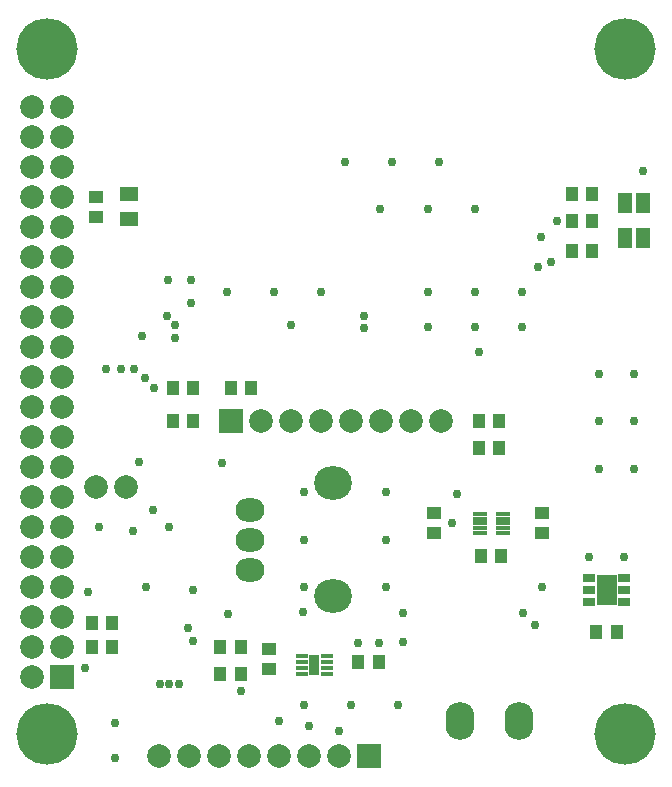
<source format=gts>
G04*
G04 #@! TF.GenerationSoftware,Altium Limited,CircuitStudio,1.5.2 (30)*
G04*
G04 Layer_Color=20142*
%FSLAX25Y25*%
%MOIN*%
G70*
G01*
G75*
%ADD45R,0.04343X0.04737*%
%ADD46R,0.03753X0.06706*%
%ADD47R,0.04343X0.01587*%
%ADD48R,0.06706X0.10249*%
%ADD49R,0.04343X0.02572*%
%ADD50R,0.04540X0.01587*%
%ADD51R,0.06115X0.04737*%
%ADD52R,0.04737X0.04343*%
%ADD53R,0.05131X0.06706*%
%ADD54C,0.07887*%
%ADD55R,0.07887X0.07887*%
%ADD56O,0.09658X0.07887*%
%ADD57O,0.12611X0.11036*%
%ADD58C,0.20485*%
%ADD59O,0.09658X0.12611*%
%ADD60R,0.07887X0.07887*%
%ADD61C,0.03000*%
D45*
X167559Y188779D02*
D03*
X174252D02*
D03*
X167559Y180748D02*
D03*
X174252D02*
D03*
X335803Y185724D02*
D03*
X342496D02*
D03*
X297323Y210906D02*
D03*
X304016D02*
D03*
X214015Y267039D02*
D03*
X220708D02*
D03*
X256465Y175787D02*
D03*
X263158D02*
D03*
X210465Y171787D02*
D03*
X217158D02*
D03*
X210465Y180787D02*
D03*
X217158D02*
D03*
X194748Y255905D02*
D03*
X201441D02*
D03*
X194748Y267039D02*
D03*
X201441D02*
D03*
X303441Y247165D02*
D03*
X296748D02*
D03*
X303441Y255905D02*
D03*
X296748D02*
D03*
X334347Y331693D02*
D03*
X327654D02*
D03*
X334347Y322693D02*
D03*
X327654D02*
D03*
X334347Y312693D02*
D03*
X327654D02*
D03*
D46*
X241811Y174787D02*
D03*
D47*
X246102Y171835D02*
D03*
Y173803D02*
D03*
Y175772D02*
D03*
Y177740D02*
D03*
X237520Y171835D02*
D03*
Y173803D02*
D03*
Y175772D02*
D03*
Y177740D02*
D03*
D48*
X339150Y199724D02*
D03*
D49*
X345016Y195787D02*
D03*
Y199724D02*
D03*
Y203661D02*
D03*
X333283Y195787D02*
D03*
Y199724D02*
D03*
Y203661D02*
D03*
D50*
X304484Y218795D02*
D03*
Y220370D02*
D03*
Y221945D02*
D03*
Y223520D02*
D03*
Y225095D02*
D03*
X296886Y218795D02*
D03*
Y220370D02*
D03*
Y221945D02*
D03*
Y223520D02*
D03*
Y225095D02*
D03*
D51*
X179842Y323335D02*
D03*
Y331799D02*
D03*
D52*
X168842Y324024D02*
D03*
Y330716D02*
D03*
X317685Y225291D02*
D03*
Y218599D02*
D03*
X281685Y218599D02*
D03*
Y225291D02*
D03*
X226811Y180134D02*
D03*
Y173441D02*
D03*
D53*
X345472Y316929D02*
D03*
X351378D02*
D03*
Y328740D02*
D03*
X345472D02*
D03*
D54*
X147559Y360748D02*
D03*
Y350748D02*
D03*
Y340748D02*
D03*
Y330748D02*
D03*
Y320748D02*
D03*
Y310748D02*
D03*
X157559Y360748D02*
D03*
Y350748D02*
D03*
Y340748D02*
D03*
Y330748D02*
D03*
Y320748D02*
D03*
Y310748D02*
D03*
X147559Y300748D02*
D03*
X157559D02*
D03*
X147559Y290748D02*
D03*
Y280748D02*
D03*
Y270748D02*
D03*
Y260748D02*
D03*
Y250748D02*
D03*
Y240748D02*
D03*
X157559Y290748D02*
D03*
Y280748D02*
D03*
Y270748D02*
D03*
Y260748D02*
D03*
Y250748D02*
D03*
Y240748D02*
D03*
X147559Y230748D02*
D03*
X157559D02*
D03*
X147559Y220748D02*
D03*
Y210748D02*
D03*
Y200748D02*
D03*
Y190748D02*
D03*
Y180748D02*
D03*
X157559Y220748D02*
D03*
Y210748D02*
D03*
Y200748D02*
D03*
Y190748D02*
D03*
Y180748D02*
D03*
X147559Y170748D02*
D03*
X168858Y234173D02*
D03*
X178858D02*
D03*
X284015Y255905D02*
D03*
X274015D02*
D03*
X264015D02*
D03*
X224015D02*
D03*
X234015D02*
D03*
X244015D02*
D03*
X254015D02*
D03*
X190000Y144252D02*
D03*
X200000D02*
D03*
X210000D02*
D03*
X220000D02*
D03*
X230000D02*
D03*
X240000D02*
D03*
X250000D02*
D03*
D55*
X157559Y170748D02*
D03*
X214015Y255905D02*
D03*
D56*
X220472Y216535D02*
D03*
Y226535D02*
D03*
Y206535D02*
D03*
D57*
X248031Y235433D02*
D03*
Y197638D02*
D03*
D58*
X152559Y379921D02*
D03*
X345472Y379921D02*
D03*
Y151575D02*
D03*
X152559Y151575D02*
D03*
D59*
X290158Y156189D02*
D03*
X309842D02*
D03*
D60*
X260000Y144252D02*
D03*
D61*
X238189Y232283D02*
D03*
Y216535D02*
D03*
Y200787D02*
D03*
X175197Y155512D02*
D03*
Y143701D02*
D03*
X265748Y200787D02*
D03*
Y216535D02*
D03*
Y232283D02*
D03*
X238189Y161417D02*
D03*
X253937D02*
D03*
X269685D02*
D03*
X336614Y240158D02*
D03*
Y255906D02*
D03*
Y271654D02*
D03*
X348425Y240158D02*
D03*
Y255906D02*
D03*
Y271654D02*
D03*
X170079Y220866D02*
D03*
X212598Y299213D02*
D03*
X228346D02*
D03*
X244094D02*
D03*
X311024Y287402D02*
D03*
X295276D02*
D03*
X279528D02*
D03*
X311024Y299213D02*
D03*
X295276D02*
D03*
X279528D02*
D03*
X263779Y326772D02*
D03*
X279528D02*
D03*
X295276D02*
D03*
X283465Y342520D02*
D03*
X267717D02*
D03*
X251969D02*
D03*
X200787Y295276D02*
D03*
Y303150D02*
D03*
X192913D02*
D03*
X192638Y291102D02*
D03*
X193150Y220709D02*
D03*
X201181Y199646D02*
D03*
X181417Y219409D02*
D03*
X213063Y191693D02*
D03*
X188031Y226339D02*
D03*
X183189Y242480D02*
D03*
X185433Y270394D02*
D03*
X184449Y284488D02*
D03*
X296654Y279016D02*
D03*
X351378Y339291D02*
D03*
X172362Y273425D02*
D03*
X181496D02*
D03*
X316181Y307480D02*
D03*
X317284Y317441D02*
D03*
X322598Y322677D02*
D03*
X320590Y309213D02*
D03*
X177165Y273425D02*
D03*
X195394Y283819D02*
D03*
X258386Y286929D02*
D03*
X234016Y288032D02*
D03*
X195315D02*
D03*
X258150Y291102D02*
D03*
X211063Y242205D02*
D03*
X190260Y168315D02*
D03*
X193409D02*
D03*
X196559D02*
D03*
X256457Y182087D02*
D03*
X237874Y192323D02*
D03*
X217165Y165945D02*
D03*
X263150Y182008D02*
D03*
X230000Y155984D02*
D03*
X240000Y154409D02*
D03*
X250000Y152717D02*
D03*
X317677Y200827D02*
D03*
X271220Y192047D02*
D03*
Y182362D02*
D03*
X315394Y188150D02*
D03*
X311260Y191969D02*
D03*
X345016Y210693D02*
D03*
X333307Y210709D02*
D03*
X289370Y231693D02*
D03*
X287717Y222008D02*
D03*
X188347Y267047D02*
D03*
X166181Y199094D02*
D03*
X165197Y173819D02*
D03*
X201315Y182874D02*
D03*
X199606Y186969D02*
D03*
X185748Y200591D02*
D03*
X241811Y174787D02*
D03*
X339150Y196224D02*
D03*
Y199724D02*
D03*
Y203224D02*
D03*
M02*

</source>
